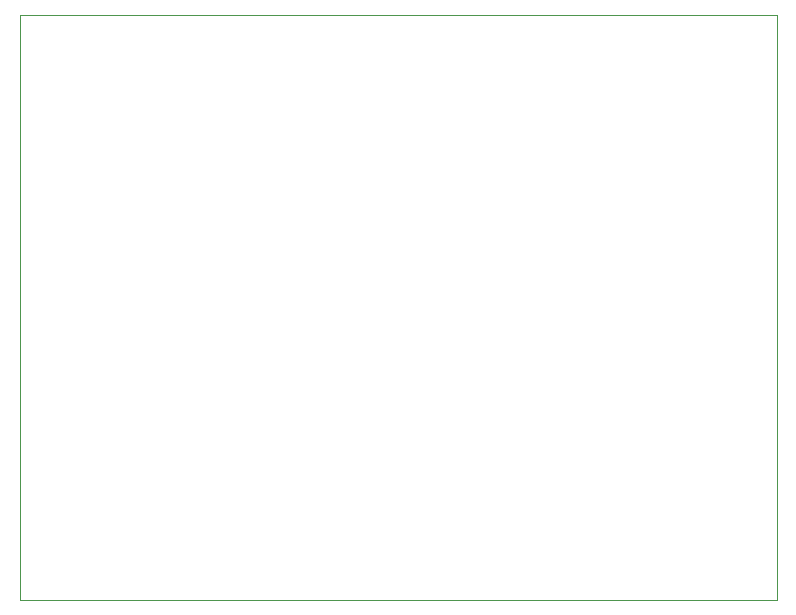
<source format=gbr>
G04 #@! TF.GenerationSoftware,KiCad,Pcbnew,7.0.2-0*
G04 #@! TF.CreationDate,2023-05-17T19:53:00+03:00*
G04 #@! TF.ProjectId,tubeTest,74756265-5465-4737-942e-6b696361645f,rev?*
G04 #@! TF.SameCoordinates,Original*
G04 #@! TF.FileFunction,Profile,NP*
%FSLAX46Y46*%
G04 Gerber Fmt 4.6, Leading zero omitted, Abs format (unit mm)*
G04 Created by KiCad (PCBNEW 7.0.2-0) date 2023-05-17 19:53:00*
%MOMM*%
%LPD*%
G01*
G04 APERTURE LIST*
G04 #@! TA.AperFunction,Profile*
%ADD10C,0.100000*%
G04 #@! TD*
G04 APERTURE END LIST*
D10*
X111125000Y-81280000D02*
X175260000Y-81280000D01*
X111125000Y-130810000D02*
X111125000Y-81280000D01*
X175260000Y-130810000D02*
X111125000Y-130810000D01*
X175260000Y-81280000D02*
X175260000Y-130810000D01*
M02*

</source>
